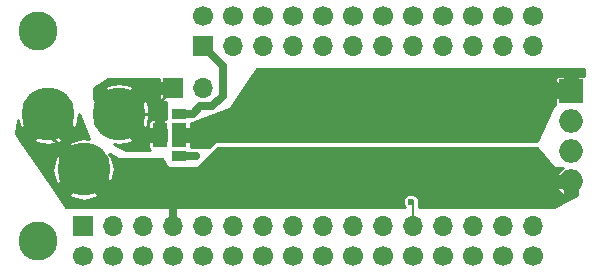
<source format=gbr>
G04 #@! TF.FileFunction,Copper,L2,Bot,Signal*
%FSLAX46Y46*%
G04 Gerber Fmt 4.6, Leading zero omitted, Abs format (unit mm)*
G04 Created by KiCad (PCBNEW 4.0.7) date 06/24/18 16:56:01*
%MOMM*%
%LPD*%
G01*
G04 APERTURE LIST*
%ADD10C,0.100000*%
%ADD11C,4.500000*%
%ADD12O,1.998980X1.998980*%
%ADD13R,1.998980X1.998980*%
%ADD14R,1.700000X1.700000*%
%ADD15O,1.700000X1.700000*%
%ADD16C,3.302000*%
%ADD17R,1.270000X2.032000*%
%ADD18R,1.270000X0.970000*%
%ADD19C,1.700000*%
%ADD20C,0.600000*%
%ADD21C,0.635000*%
%ADD22C,0.250000*%
%ADD23C,0.203200*%
%ADD24C,0.254000*%
G04 APERTURE END LIST*
D10*
D11*
X44935140Y-37465000D03*
X38935660Y-37465000D03*
X41935400Y-42164000D03*
D12*
X83185000Y-43180000D03*
D13*
X83185000Y-35560000D03*
D12*
X83185000Y-38100000D03*
X83185000Y-40640000D03*
D14*
X41910000Y-46990000D03*
D15*
X44450000Y-46990000D03*
X46990000Y-46990000D03*
X49530000Y-46990000D03*
X52070000Y-46990000D03*
X54610000Y-46990000D03*
X57150000Y-46990000D03*
X59690000Y-46990000D03*
X62230000Y-46990000D03*
X64770000Y-46990000D03*
X67310000Y-46990000D03*
X69850000Y-46990000D03*
X72390000Y-46990000D03*
X74930000Y-46990000D03*
X77470000Y-46990000D03*
X80010000Y-46990000D03*
D14*
X52070000Y-31750000D03*
D15*
X54610000Y-31750000D03*
X57150000Y-31750000D03*
X59690000Y-31750000D03*
X62230000Y-31750000D03*
X64770000Y-31750000D03*
X67310000Y-31750000D03*
X69850000Y-31750000D03*
X72390000Y-31750000D03*
X74930000Y-31750000D03*
X77470000Y-31750000D03*
X80010000Y-31750000D03*
D14*
X49530000Y-35306000D03*
D15*
X52070000Y-35306000D03*
D16*
X38100000Y-48260000D03*
X38100000Y-30480000D03*
D17*
X48387000Y-39243000D03*
D18*
X50038000Y-41021000D03*
D17*
X50038000Y-39243000D03*
D18*
X50038000Y-37465000D03*
D19*
X41910000Y-49530000D03*
X44450000Y-49530000D03*
X46990000Y-49530000D03*
X49530000Y-49530000D03*
X52070000Y-49530000D03*
X54610000Y-49530000D03*
X57150000Y-49530000D03*
X59690000Y-49530000D03*
X62230000Y-49530000D03*
X64770000Y-49530000D03*
X67310000Y-49530000D03*
X69850000Y-49530000D03*
X72390000Y-49530000D03*
X74930000Y-49530000D03*
X77470000Y-49530000D03*
X80010000Y-49530000D03*
X80010000Y-29210000D03*
X77470000Y-29210000D03*
X74930000Y-29210000D03*
X72390000Y-29210000D03*
X69850000Y-29210000D03*
X67310000Y-29210000D03*
X64770000Y-29210000D03*
X62230000Y-29210000D03*
X59690000Y-29210000D03*
X57150000Y-29210000D03*
X54610000Y-29210000D03*
X52070000Y-29210000D03*
D20*
X62200000Y-43400000D03*
X51435000Y-41021000D03*
X62200000Y-34600000D03*
X69650000Y-44900000D03*
D21*
X62400000Y-43200000D02*
X62400000Y-43180000D01*
X62200000Y-43400000D02*
X62400000Y-43200000D01*
X62300000Y-43180000D02*
X62400000Y-43180000D01*
X62400000Y-43180000D02*
X63280000Y-43180000D01*
X83185000Y-43180000D02*
X62300000Y-43180000D01*
X62300000Y-43180000D02*
X61800000Y-43180000D01*
X61800000Y-43180000D02*
X48133000Y-43180000D01*
D22*
X48133000Y-43180000D02*
X47879000Y-43434000D01*
D21*
X49530000Y-46990000D02*
X49530000Y-45085000D01*
X49530000Y-45085000D02*
X47879000Y-43434000D01*
X47879000Y-43434000D02*
X43205400Y-43434000D01*
D22*
X43205400Y-43434000D02*
X38935660Y-39164260D01*
X38935660Y-39164260D02*
X38935660Y-37465000D01*
X44935140Y-37465000D02*
X47371000Y-37465000D01*
X47371000Y-37465000D02*
X49530000Y-35306000D01*
D21*
X50038000Y-37465000D02*
X51181000Y-37465000D01*
X53721000Y-33401000D02*
X52070000Y-31750000D01*
X53721000Y-35941000D02*
X53721000Y-33401000D01*
X52832000Y-36830000D02*
X53721000Y-35941000D01*
X51816000Y-36830000D02*
X52832000Y-36830000D01*
X51181000Y-37465000D02*
X51816000Y-36830000D01*
X50038000Y-41021000D02*
X51435000Y-41021000D01*
X81200000Y-34400000D02*
X62400000Y-34400000D01*
X82360000Y-35560000D02*
X81200000Y-34400000D01*
X62400000Y-34400000D02*
X62200000Y-34600000D01*
X83185000Y-35560000D02*
X82360000Y-35560000D01*
X83185000Y-35560000D02*
X82760000Y-35560000D01*
D23*
X69850000Y-45100000D02*
X69850000Y-46990000D01*
X69650000Y-44900000D02*
X69850000Y-45100000D01*
D24*
G36*
X48349800Y-34798450D02*
X48432350Y-34881000D01*
X49105000Y-34881000D01*
X49105000Y-34651000D01*
X49955000Y-34651000D01*
X49955000Y-34881000D01*
X50185000Y-34881000D01*
X50185000Y-35731000D01*
X49955000Y-35731000D01*
X49955000Y-35961000D01*
X49105000Y-35961000D01*
X49105000Y-35731000D01*
X48432350Y-35731000D01*
X48349800Y-35813550D01*
X48349800Y-36221681D01*
X48400070Y-36343043D01*
X48492957Y-36435930D01*
X48614319Y-36486200D01*
X48932790Y-36486200D01*
X48930965Y-36487447D01*
X48903685Y-36529841D01*
X48895000Y-36576000D01*
X48895000Y-37896800D01*
X48787050Y-37896800D01*
X48704500Y-37979350D01*
X48704500Y-38735000D01*
X48895000Y-38735000D01*
X48895000Y-39751000D01*
X48704500Y-39751000D01*
X48704500Y-39898000D01*
X48069500Y-39898000D01*
X48069500Y-39751000D01*
X47504350Y-39751000D01*
X47421800Y-39833550D01*
X47421800Y-40324681D01*
X47472070Y-40446043D01*
X47539027Y-40513000D01*
X45495980Y-40513000D01*
X44479627Y-40004824D01*
X44956617Y-40095661D01*
X45922008Y-39903633D01*
X46231133Y-39659019D01*
X44935140Y-38363026D01*
X44920998Y-38377168D01*
X44022972Y-37479142D01*
X44037114Y-37465000D01*
X45833166Y-37465000D01*
X47129159Y-38760993D01*
X47373773Y-38451868D01*
X47421800Y-38199677D01*
X47421800Y-38652450D01*
X47504350Y-38735000D01*
X48069500Y-38735000D01*
X48069500Y-37979350D01*
X47986950Y-37896800D01*
X47686319Y-37896800D01*
X47564957Y-37947070D01*
X47472070Y-38039957D01*
X47435321Y-38128676D01*
X47565801Y-37443523D01*
X47373773Y-36478132D01*
X47129159Y-36169007D01*
X45833166Y-37465000D01*
X44037114Y-37465000D01*
X42799000Y-36226886D01*
X42799000Y-35270981D01*
X43639147Y-35270981D01*
X44935140Y-36566974D01*
X46231133Y-35270981D01*
X45922008Y-35026367D01*
X44913663Y-34834339D01*
X43948272Y-35026367D01*
X43639147Y-35270981D01*
X42799000Y-35270981D01*
X42799000Y-35250907D01*
X43977178Y-34544000D01*
X48349800Y-34544000D01*
X48349800Y-34798450D01*
X48349800Y-34798450D01*
G37*
X48349800Y-34798450D02*
X48432350Y-34881000D01*
X49105000Y-34881000D01*
X49105000Y-34651000D01*
X49955000Y-34651000D01*
X49955000Y-34881000D01*
X50185000Y-34881000D01*
X50185000Y-35731000D01*
X49955000Y-35731000D01*
X49955000Y-35961000D01*
X49105000Y-35961000D01*
X49105000Y-35731000D01*
X48432350Y-35731000D01*
X48349800Y-35813550D01*
X48349800Y-36221681D01*
X48400070Y-36343043D01*
X48492957Y-36435930D01*
X48614319Y-36486200D01*
X48932790Y-36486200D01*
X48930965Y-36487447D01*
X48903685Y-36529841D01*
X48895000Y-36576000D01*
X48895000Y-37896800D01*
X48787050Y-37896800D01*
X48704500Y-37979350D01*
X48704500Y-38735000D01*
X48895000Y-38735000D01*
X48895000Y-39751000D01*
X48704500Y-39751000D01*
X48704500Y-39898000D01*
X48069500Y-39898000D01*
X48069500Y-39751000D01*
X47504350Y-39751000D01*
X47421800Y-39833550D01*
X47421800Y-40324681D01*
X47472070Y-40446043D01*
X47539027Y-40513000D01*
X45495980Y-40513000D01*
X44479627Y-40004824D01*
X44956617Y-40095661D01*
X45922008Y-39903633D01*
X46231133Y-39659019D01*
X44935140Y-38363026D01*
X44920998Y-38377168D01*
X44022972Y-37479142D01*
X44037114Y-37465000D01*
X45833166Y-37465000D01*
X47129159Y-38760993D01*
X47373773Y-38451868D01*
X47421800Y-38199677D01*
X47421800Y-38652450D01*
X47504350Y-38735000D01*
X48069500Y-38735000D01*
X48069500Y-37979350D01*
X47986950Y-37896800D01*
X47686319Y-37896800D01*
X47564957Y-37947070D01*
X47472070Y-38039957D01*
X47435321Y-38128676D01*
X47565801Y-37443523D01*
X47373773Y-36478132D01*
X47129159Y-36169007D01*
X45833166Y-37465000D01*
X44037114Y-37465000D01*
X42799000Y-36226886D01*
X42799000Y-35270981D01*
X43639147Y-35270981D01*
X44935140Y-36566974D01*
X46231133Y-35270981D01*
X45922008Y-35026367D01*
X44913663Y-34834339D01*
X43948272Y-35026367D01*
X43639147Y-35270981D01*
X42799000Y-35270981D01*
X42799000Y-35250907D01*
X43977178Y-34544000D01*
X48349800Y-34544000D01*
X48349800Y-34798450D01*
G36*
X84328000Y-34262548D02*
X84250171Y-34230310D01*
X83767295Y-34230310D01*
X83684745Y-34312860D01*
X83684745Y-35060255D01*
X83840000Y-35060255D01*
X83840000Y-36059745D01*
X83684745Y-36059745D01*
X83684745Y-36215000D01*
X82685255Y-36215000D01*
X82685255Y-36059745D01*
X81937860Y-36059745D01*
X81855310Y-36142295D01*
X81855310Y-36625171D01*
X81887548Y-36703000D01*
X81788000Y-36703000D01*
X81738590Y-36713006D01*
X81696965Y-36741447D01*
X81672549Y-36777085D01*
X80309505Y-39751000D01*
X53213000Y-39751000D01*
X53163590Y-39761006D01*
X53133664Y-39778830D01*
X52533452Y-40259000D01*
X51003200Y-40259000D01*
X51003200Y-39833550D01*
X50920650Y-39751000D01*
X50355500Y-39751000D01*
X50355500Y-39898000D01*
X49784000Y-39898000D01*
X49784000Y-38588000D01*
X50355500Y-38588000D01*
X50355500Y-38735000D01*
X50920650Y-38735000D01*
X51003200Y-38652450D01*
X51003200Y-38227000D01*
X51054000Y-38227000D01*
X51097017Y-38219493D01*
X51340906Y-38131693D01*
X51448305Y-38110330D01*
X51504443Y-38072820D01*
X54272017Y-37076493D01*
X54315118Y-37050342D01*
X54334670Y-37027447D01*
X56023082Y-34494829D01*
X81855310Y-34494829D01*
X81855310Y-34977705D01*
X81937860Y-35060255D01*
X82685255Y-35060255D01*
X82685255Y-34312860D01*
X82602705Y-34230310D01*
X82119829Y-34230310D01*
X81998467Y-34280580D01*
X81905580Y-34373467D01*
X81855310Y-34494829D01*
X56023082Y-34494829D01*
X56582968Y-33655000D01*
X84328000Y-33655000D01*
X84328000Y-34262548D01*
X84328000Y-34262548D01*
G37*
X84328000Y-34262548D02*
X84250171Y-34230310D01*
X83767295Y-34230310D01*
X83684745Y-34312860D01*
X83684745Y-35060255D01*
X83840000Y-35060255D01*
X83840000Y-36059745D01*
X83684745Y-36059745D01*
X83684745Y-36215000D01*
X82685255Y-36215000D01*
X82685255Y-36059745D01*
X81937860Y-36059745D01*
X81855310Y-36142295D01*
X81855310Y-36625171D01*
X81887548Y-36703000D01*
X81788000Y-36703000D01*
X81738590Y-36713006D01*
X81696965Y-36741447D01*
X81672549Y-36777085D01*
X80309505Y-39751000D01*
X53213000Y-39751000D01*
X53163590Y-39761006D01*
X53133664Y-39778830D01*
X52533452Y-40259000D01*
X51003200Y-40259000D01*
X51003200Y-39833550D01*
X50920650Y-39751000D01*
X50355500Y-39751000D01*
X50355500Y-39898000D01*
X49784000Y-39898000D01*
X49784000Y-38588000D01*
X50355500Y-38588000D01*
X50355500Y-38735000D01*
X50920650Y-38735000D01*
X51003200Y-38652450D01*
X51003200Y-38227000D01*
X51054000Y-38227000D01*
X51097017Y-38219493D01*
X51340906Y-38131693D01*
X51448305Y-38110330D01*
X51504443Y-38072820D01*
X54272017Y-37076493D01*
X54315118Y-37050342D01*
X54334670Y-37027447D01*
X56023082Y-34494829D01*
X81855310Y-34494829D01*
X81855310Y-34977705D01*
X81937860Y-35060255D01*
X82685255Y-35060255D01*
X82685255Y-34312860D01*
X82602705Y-34230310D01*
X82119829Y-34230310D01*
X81998467Y-34280580D01*
X81905580Y-34373467D01*
X81855310Y-34494829D01*
X56023082Y-34494829D01*
X56582968Y-33655000D01*
X84328000Y-33655000D01*
X84328000Y-34262548D01*
G36*
X39847828Y-37450858D02*
X39833686Y-37465000D01*
X41129679Y-38760993D01*
X41374293Y-38451868D01*
X41562459Y-37463803D01*
X42360449Y-39618375D01*
X41913923Y-39533339D01*
X40948532Y-39725367D01*
X40639407Y-39969981D01*
X41935400Y-41265974D01*
X41949542Y-41251832D01*
X42847568Y-42149858D01*
X42833426Y-42164000D01*
X44129419Y-43459993D01*
X44374033Y-43150868D01*
X44566061Y-42142523D01*
X44374033Y-41177132D01*
X44129420Y-40868008D01*
X44162964Y-40834464D01*
X44894368Y-41257909D01*
X44958000Y-41275000D01*
X48573032Y-41275000D01*
X49043330Y-41980447D01*
X49079063Y-42016008D01*
X49149000Y-42037000D01*
X51562000Y-42037000D01*
X51611410Y-42026994D01*
X51651048Y-42000550D01*
X53301983Y-40377000D01*
X80341202Y-40377000D01*
X81703161Y-41982166D01*
X81742758Y-42013368D01*
X81799522Y-42026999D01*
X82549998Y-42029825D01*
X82549998Y-42040103D01*
X82498648Y-42041142D01*
X82395449Y-42110048D01*
X82046097Y-42493641D01*
X82035299Y-42680255D01*
X82685255Y-42680255D01*
X82685255Y-42525000D01*
X83684745Y-42525000D01*
X83684745Y-42680255D01*
X83840000Y-42680255D01*
X83840000Y-43679745D01*
X83684745Y-43679745D01*
X83684745Y-44322634D01*
X83697582Y-44322374D01*
X81756751Y-45339000D01*
X70332600Y-45339000D01*
X70332600Y-45100005D01*
X70332601Y-45100000D01*
X70323444Y-45053966D01*
X70330882Y-45036054D01*
X70331118Y-44765135D01*
X70227661Y-44514748D01*
X70036259Y-44323013D01*
X69786054Y-44219118D01*
X69515135Y-44218882D01*
X69264748Y-44322339D01*
X69073013Y-44513741D01*
X68969118Y-44763946D01*
X68968882Y-45034865D01*
X69072339Y-45285252D01*
X69125994Y-45339000D01*
X40453221Y-45339000D01*
X39786155Y-44358019D01*
X40639407Y-44358019D01*
X40948532Y-44602633D01*
X41956877Y-44794661D01*
X42922268Y-44602633D01*
X43231393Y-44358019D01*
X42553119Y-43679745D01*
X82035299Y-43679745D01*
X82046097Y-43866359D01*
X82395449Y-44249952D01*
X82498648Y-44318858D01*
X82685255Y-44322634D01*
X82685255Y-43679745D01*
X82035299Y-43679745D01*
X42553119Y-43679745D01*
X41935400Y-43062026D01*
X40639407Y-44358019D01*
X39786155Y-44358019D01*
X38308826Y-42185477D01*
X39304739Y-42185477D01*
X39496767Y-43150868D01*
X39741381Y-43459993D01*
X41037374Y-42164000D01*
X39741381Y-40868007D01*
X39496767Y-41177132D01*
X39304739Y-42185477D01*
X38308826Y-42185477D01*
X36590834Y-39659019D01*
X37639667Y-39659019D01*
X37948792Y-39903633D01*
X38957137Y-40095661D01*
X39922528Y-39903633D01*
X40231653Y-39659019D01*
X38935660Y-38363026D01*
X37639667Y-39659019D01*
X36590834Y-39659019D01*
X36202250Y-39087573D01*
X36403407Y-37981209D01*
X36497027Y-38451868D01*
X36741641Y-38760993D01*
X38037634Y-37465000D01*
X38023492Y-37450858D01*
X38921518Y-36552832D01*
X38935660Y-36566974D01*
X38949802Y-36552832D01*
X39847828Y-37450858D01*
X39847828Y-37450858D01*
G37*
X39847828Y-37450858D02*
X39833686Y-37465000D01*
X41129679Y-38760993D01*
X41374293Y-38451868D01*
X41562459Y-37463803D01*
X42360449Y-39618375D01*
X41913923Y-39533339D01*
X40948532Y-39725367D01*
X40639407Y-39969981D01*
X41935400Y-41265974D01*
X41949542Y-41251832D01*
X42847568Y-42149858D01*
X42833426Y-42164000D01*
X44129419Y-43459993D01*
X44374033Y-43150868D01*
X44566061Y-42142523D01*
X44374033Y-41177132D01*
X44129420Y-40868008D01*
X44162964Y-40834464D01*
X44894368Y-41257909D01*
X44958000Y-41275000D01*
X48573032Y-41275000D01*
X49043330Y-41980447D01*
X49079063Y-42016008D01*
X49149000Y-42037000D01*
X51562000Y-42037000D01*
X51611410Y-42026994D01*
X51651048Y-42000550D01*
X53301983Y-40377000D01*
X80341202Y-40377000D01*
X81703161Y-41982166D01*
X81742758Y-42013368D01*
X81799522Y-42026999D01*
X82549998Y-42029825D01*
X82549998Y-42040103D01*
X82498648Y-42041142D01*
X82395449Y-42110048D01*
X82046097Y-42493641D01*
X82035299Y-42680255D01*
X82685255Y-42680255D01*
X82685255Y-42525000D01*
X83684745Y-42525000D01*
X83684745Y-42680255D01*
X83840000Y-42680255D01*
X83840000Y-43679745D01*
X83684745Y-43679745D01*
X83684745Y-44322634D01*
X83697582Y-44322374D01*
X81756751Y-45339000D01*
X70332600Y-45339000D01*
X70332600Y-45100005D01*
X70332601Y-45100000D01*
X70323444Y-45053966D01*
X70330882Y-45036054D01*
X70331118Y-44765135D01*
X70227661Y-44514748D01*
X70036259Y-44323013D01*
X69786054Y-44219118D01*
X69515135Y-44218882D01*
X69264748Y-44322339D01*
X69073013Y-44513741D01*
X68969118Y-44763946D01*
X68968882Y-45034865D01*
X69072339Y-45285252D01*
X69125994Y-45339000D01*
X40453221Y-45339000D01*
X39786155Y-44358019D01*
X40639407Y-44358019D01*
X40948532Y-44602633D01*
X41956877Y-44794661D01*
X42922268Y-44602633D01*
X43231393Y-44358019D01*
X42553119Y-43679745D01*
X82035299Y-43679745D01*
X82046097Y-43866359D01*
X82395449Y-44249952D01*
X82498648Y-44318858D01*
X82685255Y-44322634D01*
X82685255Y-43679745D01*
X82035299Y-43679745D01*
X42553119Y-43679745D01*
X41935400Y-43062026D01*
X40639407Y-44358019D01*
X39786155Y-44358019D01*
X38308826Y-42185477D01*
X39304739Y-42185477D01*
X39496767Y-43150868D01*
X39741381Y-43459993D01*
X41037374Y-42164000D01*
X39741381Y-40868007D01*
X39496767Y-41177132D01*
X39304739Y-42185477D01*
X38308826Y-42185477D01*
X36590834Y-39659019D01*
X37639667Y-39659019D01*
X37948792Y-39903633D01*
X38957137Y-40095661D01*
X39922528Y-39903633D01*
X40231653Y-39659019D01*
X38935660Y-38363026D01*
X37639667Y-39659019D01*
X36590834Y-39659019D01*
X36202250Y-39087573D01*
X36403407Y-37981209D01*
X36497027Y-38451868D01*
X36741641Y-38760993D01*
X38037634Y-37465000D01*
X38023492Y-37450858D01*
X38921518Y-36552832D01*
X38935660Y-36566974D01*
X38949802Y-36552832D01*
X39847828Y-37450858D01*
M02*

</source>
